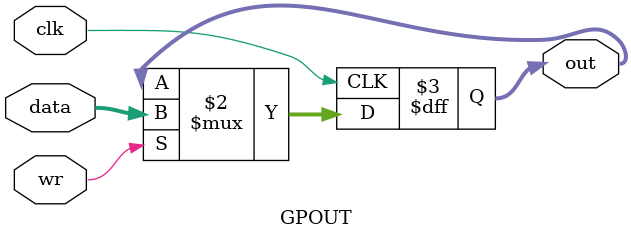
<source format=v>
/*
	Description:
	A LaRVA RISC-V system with 8KB of internal memory, and one UART
	
	Memory map:
	
	0x00000000 to 0x00001FFF	Internal RAM (with inital contents)
	0x00002000 to 0x1FFFFFFF	the same internal RAM repeated each 8KB
	0x20000000 to 0xDFFFFFFF       xxxx
	0xE0000000 to 0xE00000FF    IO registers
	0xE0000100 to 0xFFFFFFFF    the same IO registers repeated each 256B

	IO register map (all registers accessed as 32-bit words):
	
      address  |      WRITE        |      READ
    -----------|-------------------|---------------
    0xE0000080 | UART0 TX data      |  UART RX data
    0xE0000084 | UART0 Baud Divider |  UART flags
	           |                   |
    0xE0000060 |                   |  Cycle counter
	           |                   |
    0xE00000E0 | Interrupt Enable  |  Interrupt enable
    0xE00000F0 | IRQ vector 0 Trap |
    0xE00000F4 | IRQ vector 1 RX   |
    0xE00000F8 | IRQ vector 2 TX   |

    UART Baud Divider: Baud = Fcclk / (DIVIDER+1) , with DIVIDER >=7
    
    UART FLAGS:    bits 31-5  bit 4  bit 3 bit 2 bit 1 bit 0
                     xxxx      OVE    FE    TEND  THRE   DV
        DV:   Data Valid (RX complete if 1. Cleared reading data register)
        THRE: TX Holding register empty (ready to write to data register if 1)
        TEND: TX end (holding reg and shift reg both empty if 1)
        FE:   Frame Error (Stop bit received as 0 if FE=1)
        OVE:  Overrun Error (Character received when DV was still 1)
        (DV and THRE assert interrupt channels #4 and #5 when 1)

    Interrupt enable: Bits 1-0
        bit 0: Enable UART RX interrupt if 1
        bit 1: Enable UART TX interrupt if 1
         
*/

`include "laRVa.v"
`include "uart.v"

module SYSTEM (
	input clk,		// Main clock input 25MHz
	input reset,	// Global reset (active high)

	input	rxd,	// UART0
	output 	txd,

	input	rxd1,	// UART1
	output 	txd1,

	input	rxd2,	// UART2
	output 	txd2,		
	
	output sck,		// SPI0
	output mosi,
	input  miso,	

	output sck1,		// SPI1
	output mosi1,
	input  miso1,	

	output [31:0] gpout,
	input [31:0] gpin
);

wire		cclk;	// CPU clock
assign	cclk=clk;

///////////////////////////////////////////////////////
////////////////////////// CPU ////////////////////////
///////////////////////////////////////////////////////

wire [31:0]	ca;		// CPU Address
wire [31:0]	cdo;	// CPU Data Output
wire [3:0]	mwe;	// Memory Write Enable (4 signals, one per byte lane)
wire irq;
wire [31:2]ivector;	// Where to jump on IRQ
wire trap;			// Trap irq (to IRQ vector generator)

laRVa cpu (
		.clk     (cclk ),
		.reset   (reset),
		.addr    (ca[31:2] ),
		.wdata   (cdo  ),
		.wstrb   (mwe  ),
		.rdata   (cdi  ),
		.irq     (irq  ),
		.ivector (ivector),
		.trap    (trap)
	);

 
///////////////////////////////////////////////////////
///// Memory mapping
wire iramcs;
wire iocs;
// Internal RAM selected in lower 512MB (0-0x1FFFFFFF)
assign iramcs = (ca[31:29]==3'b000);
// IO selected in last 512MB (0xE0000000-0xFFFFFFFF)
assign iocs   = (ca[31:29]==3'b111);

// Input bus mux
reg [31:0]cdi;	// Not a register
always@*
 casex ({iocs,iramcs})
        2'b01: cdi<=mdo; 
        2'b10: cdi<=iodo;
        default: cdi<=32'hxxxxxxxx;
 endcase

///////////////////////////////////////////////////////
//////////////////// internal memory //////////////////
///////////////////////////////////////////////////////
wire [31:0]	mdo;	// Output data
ram32	 ram0 ( 
		.clk(~cclk),
		.re(iramcs), 
		.wrlanes(iramcs?mwe:4'b0000),
		.addr(ca[13:2]), // Máximo 4096 direcciones
		.data_read(mdo),
		.data_write(cdo)
		);

//////////////////////////////////////////////////
////////////////// Peripherals ///////////////////
//////////////////////////////////////////////////
reg [31:0]tcount=0;
always @(posedge clk) tcount<=tcount+1;

// UART CS
	// UART0
wire uartcs0;	// UART	at offset 0x00				//REVISAR
assign uartcs0 = iocs&(ca[7:4]==4'b1000); //Cambio UART0 a 0X80
	// UART1
wire uartcs1;	// UART	at offset 0x90
assign uartcs1 = iocs&(ca[7:4]==4'b1001); //Cambio UART1 a 0X90
	// UART2
wire uartcs2;	// UART	at offset 0xA0
assign uartcs2 = iocs&(ca[7:4]==4'b1010); //Cambio UART2 a 0XA0


// SPI CS
	//SPI0
wire spi0cs;		// SPI	at offset 0x70
assign spi0cs  = iocs&(ca[7:4]==4'b0111);
	//SPI1
wire spi1cs;		// SPI	at offset 0x60
assign spi1cs  = iocs&(ca[7:4]==4'b0110);

// GPOUT CS
	//GPOUT 
wire gpoutcs;
assign gpoutcs = iocs&(ca[7:4]==4'b0011);

// IRQ CS
wire irqcs;		// IRQEN at offset 0xE0
assign irqcs  = iocs&(ca[7:5]==3'b111);

// Peripheral output bus mux
reg [31:0]iodo;	// Not a register
always@* begin
 casex (ca[7:2])
		6'b100000: iodo <= {24'hx, uart0_do};   // UART0 RX
		6'b100001: iodo <= {27'hx, ove0, fe0, tend0, thre0, dv0}; // UART0 flags

		6'b100100: iodo <= {24'hx, uart1_do};  // UART1 RX
		6'b100101: iodo <= {27'hx, ove1, fe1, tend1, thre1, dv1}; // UART1 flags

		6'b101000: iodo <= {24'hx, uart2_do};  // UART2 RX
		6'b101001: iodo <= {27'hx, ove2, fe2, tend2, thre2, dv2}; // UART2 flags

		6'b010000: iodo <= timer;              // TIMER

		6'b011000: iodo <= spi1_txdata; //0xE0000060
		6'b011001: iodo <= spi1_flags; //0xE0000064

		6'b011100: iodo <= spi0_txdata; //0xE0000070
		6'b011101: iodo <= spi0_flags; //0xE0000074
		

		6'b001100: iodo <= gpout; //0xE0000030
		6'b001101: iodo <= gpin; //0xE0000034

		6'b001000: iodo <= {24'h0, irqen};   // IRQEN 0xE0000020
		default: iodo <= 32'hxxxxxxxx;
	endcase
end

/////////////////////////////
// UART0

wire tend0,thre0,dv0,fe0,ove0; // Flags
wire [7:0] uart0_do;	// RX output data
wire uwrtx0;			// UART TX write
wire urd0;			// UART RX read (for flag clearing)
wire uwrbaud0;		// UART BGR write
// Register mapping
// Offset 0: write: TX Holding reg
// Offset 0: read strobe: Clear DV, OVE (also reads RX data buffer)
// Offset 1: write: BAUD divider
assign uwrtx0   = uartcs0 & (~ca[2]) & mwe[0];
assign uwrbaud0 = uartcs0 & ( ca[2]) & mwe[0] & mwe[1];
assign urd0     = uartcs0 & (~ca[2]) & (mwe==4'b0000); // Clear DV, OVE flgas

UART_CORE #(.BAUDBITS(12)) uart0 ( .clk(cclk), .txd(txd), .rxd(rxd), 
	.d(cdo[15:0]), .wrtx(uwrtx0), .wrbaud(uwrbaud0),. rd(urd0), .q(uart0_do),
	.dv(dv0), .fe(fe0), .ove(ove0), .tend(tend0), .thre(thre0) );

/////////////////////////////
// UART1

wire tend1,thre1,dv1,fe1,ove1; // Flags
wire [7:0] uart1_do;	// RX output data
wire uwrtx1;			// UART TX write
wire urd1;			// UART RX read (for flag clearing)
wire uwrbaud1;		// UART BGR write
// Register mapping
// Offset 0: write: TX Holding reg
// Offset 0: read strobe: Clear DV, OVE (also reads RX data buffer)
// Offset 1: write: BAUD divider
assign uwrtx1   = uartcs1 & (~ca[2]) & mwe[0];
assign uwrbaud1 = uartcs1 & ( ca[2]) & mwe[0] & mwe[1];
assign urd1     = uartcs1 & (~ca[2]) & (mwe==4'b0000); // Clear DV, OVE flgas

UART_CORE #(.BAUDBITS(12)) uart1 ( .clk(cclk), .txd(txd1), .rxd(rxd1), 
	.d(cdo[15:0]), .wrtx(uwrtx1), .wrbaud(uwrbaud1),. rd(urd1), .q(uart1_do),
	.dv(dv1), .fe(fe1), .ove(ove1), .tend(tend1), .thre(thre1) );

/////////////////////////////
// UART2

wire tend2,thre2,dv2,fe2,ove2; // Flags
wire [7:0] uart2_do;	// RX output data
wire uwrtx2;			// UART TX write
wire urd2;			// UART RX read (for flag clearing)
wire uwrbaud2;		// UART BGR write
// Register mapping
// Offset 0: write: TX Holding reg
// Offset 0: read strobe: Clear DV, OVE (also reads RX data buffer)
// Offset 1: write: BAUD divider
assign uwrtx2   = uartcs2 & (~ca[2]) & mwe[0];
assign uwrbaud2 = uartcs2 & ( ca[2]) & mwe[0] & mwe[1];
assign urd2     = uartcs2 & (~ca[2]) & (mwe==4'b0000); // Clear DV, OVE flgas

UART_CORE #(.BAUDBITS(12)) uart2 ( .clk(cclk), .txd(txd2), .rxd(rxd2), 
	.d(cdo[15:0]), .wrtx(uwrtx2), .wrbaud(uwrbaud2),. rd(urd2), .q(uart2_do),
	.dv(dv2), .fe(fe2), .ove(ove2), .tend(tend2), .thre(thre2) );

//////////////////////////////////////////
//    TIMER

reg [31:0] max_count;
reg [31:0] timer;
reg timer_irq;

always @(posedge cclk) begin
	if (iocs & (ca[7:2]==6'b010000) & |mwe) begin
		max_count <= cdo;
		timer <= 0;
		timer_irq <= 0;
	end else begin
		if(timer >= max_count) begin
			timer <= 0;
			timer_irq <= 1;
		end else begin
			timer <= timer + 1;
			timer_irq <= 0;
		end
	end
end

//////////////////////////////////////////
//    GPIN / GPOUT

localparam GPOUT_WORD = 6'd12; // 0xE0000030
localparam GPIN_WORD  = 6'd13; // 0xE0000034

wire gpout_we = iocs & gpout_select & |mwe;




//////////////////////////////////////////
//    Interrupt control

// IRQ enable reg
reg [1:0]irqen=0;
always @(posedge cclk or posedge reset) begin
	if (reset) irqen<=0; else
	if (irqcs & (~ca[4]) &mwe[0]) irqen<=cdo[1:0];
end

// IRQ vectors
reg [31:2]irqvect[0:3];
always @(posedge cclk) if (irqcs & ca[4] & (mwe==4'b1111)) irqvect[ca[3:2]]<=cdo[31:2];

// Enabled IRQs
wire [1:0]irqpen={irqen[1]&thre0, irqen[0]&dv0};	// pending IRQs

// Priority encoder
wire [1:0]vecn = trap      ? 2'b00 : (	// ECALL, EBREAK: highest priority
				  irqpen[0] ? 3'b001 : (
                  irqpen[1] ? 3'b010 : (
            	  irqpen[2] ? 3'b011 : (
                  irqpen[3] ? 3'b100 : (
                  irqpen[4] ? 3'b101 : (
                  irqpen[5] ? 3'b110 : (
                  irqpen[6] ? 3'b111 : 3'bxxx)))))));
	
assign ivector = irqvect[vecn];
assign irq = (irqpen!=0)|trap;

endmodule	// System




//////////////////////////////////////////////////////////////////////////////
//----------------------------------------------------------------------------
//-- 32-bit RAM Memory with independent byte-write lanes
//----------------------------------------------------------------------------
//////////////////////////////////////////////////////////////////////////////

module ram32
 (	input	clk,
	input	re,
	input	[3:0]	wrlanes,
	input	[L2N_RAM_SIZE-1:0]	addr,
	output	[31:0]	data_read,
	input	[31:0] 	data_write
 );
parameter RAM_SIZE = 4096; 
localparam L2N_RAM_SIZE = $clog2(RAM_SIZE);

reg [31:0] ram_array [0:RAM_SIZE-1];
reg [31:0] data_out;
        
assign data_read = data_out;
        
always @(posedge clk) begin
	if (wrlanes[0]) ram_array[addr][ 7: 0] <= data_write[ 7: 0];
	if (wrlanes[1]) ram_array[addr][15: 8] <= data_write[15: 8];
	if (wrlanes[2]) ram_array[addr][23:16] <= data_write[23:16];
	if (wrlanes[3]) ram_array[addr][31:24] <= data_write[31:24];
end

always @(posedge clk) begin
	if (re) data_out <= ram_array[addr];
end

initial begin
`ifdef SIMULATION
	$readmemh("rom.hex", ram_array);
`else
	$readmemh("rand.hex", ram_array);
`endif
end

endmodule

module GPIN (input clk, input[7:0] data, output reg[7:0] out);
	always @(posedge clk)
		out <= data;
endmodule

module GPOUT (input wr, input clk, input[10:0] data, output reg[10:0] out);
	always @(posedge clk)
		out <= wr ? data : out;
endmodule
</source>
